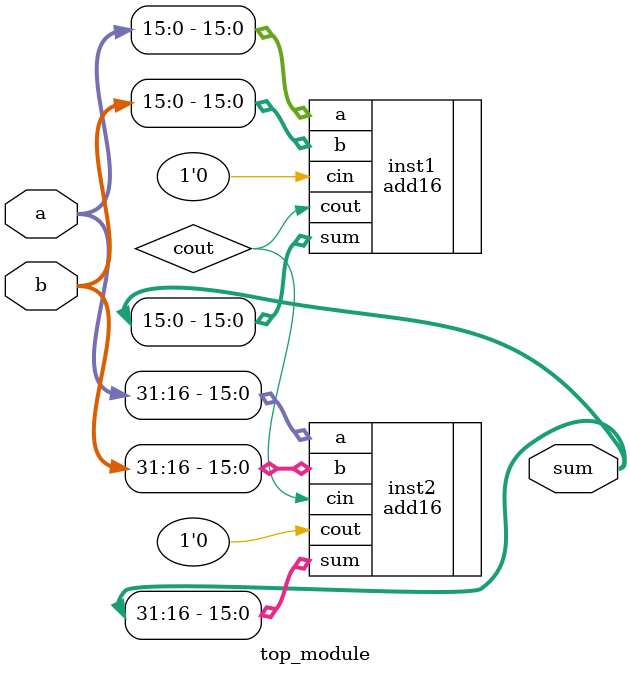
<source format=v>
module top_module (
    input       [31 : 0]    a,
    input       [31 : 0]    b,
    output      [31 : 0]    sum
);
    wire                    cout;

    add16 inst1 (
        .a      (a[15 : 0]  )   ,
        .b      (b[15 : 0]  )   ,
        .cin    (1'b0       )   ,
        .sum    (sum[15 : 0])   ,
        .cout   (cout       )
    );

    add16 inst2 (
        .a      (a[31 : 16] )   ,
        .b      (b[31 : 16] )   ,
        .cin    (cout       )   ,
        .sum    (sum[31 : 16])  ,
        .cout   (1'b0       )   
    );

endmodule
</source>
